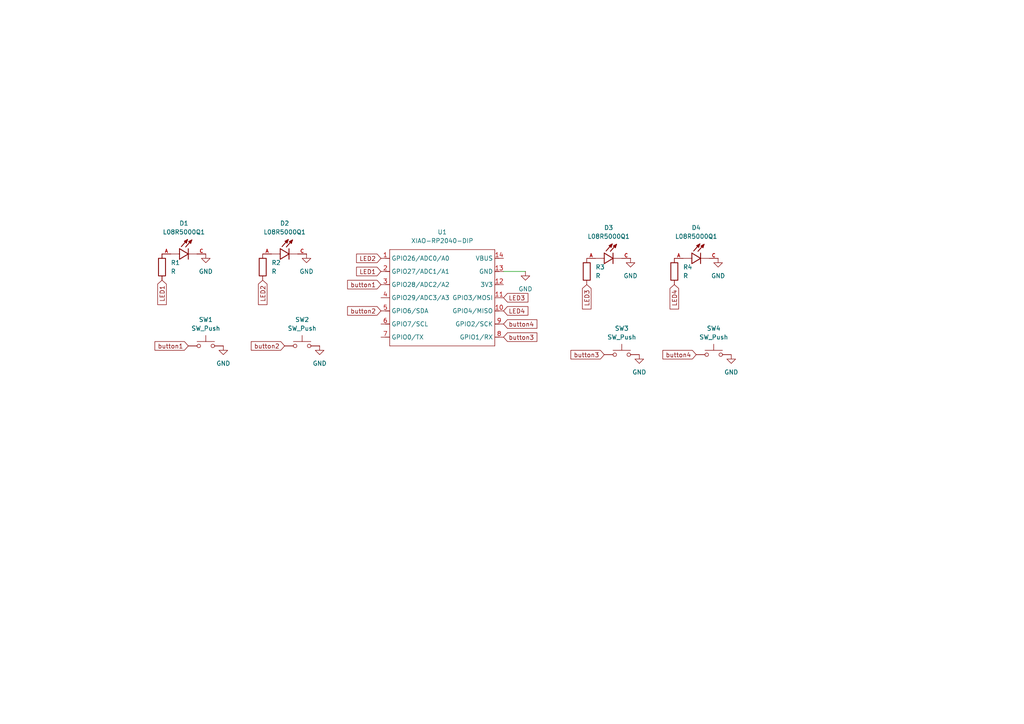
<source format=kicad_sch>
(kicad_sch (version 20250114) (generator "eeschema") (generator_version "9.0")
  (paper "A4")
  (lib_symbols
    (symbol "Device:R" (pin_numbers (hide yes)) (pin_names (offset 0))
      (property "Reference" "R" (at 2.032 0 90))
      (property "Value" "R" (at 0 0 90))
      (symbol "R_0_1"
        (rectangle (start -1.016 -2.54) (end 1.016 2.54) (stroke (width 0.254)))
      )
      (symbol "R_1_1"
        (pin passive line (at 0 3.81 270) (length 1.27) (name "~") (number "1"))
        (pin passive line (at 0 -3.81 90) (length 1.27) (name "~") (number "2"))
      )
    )
    (symbol "L08R5000Q1:L08R5000Q1" (pin_names (offset 1.016))
      (property "Reference" "D" (at -3.0988 4.4958 0))
      (property "Value" "L08R5000Q1" (at -3.556 -3.302 0))
      (symbol "L08R5000Q1_0_0"
        (polyline (pts (xy -2.54 1.524) (xy -2.54 0)) (stroke (width 0.254)))
        (polyline (pts (xy -2.54 0) (xy -5.08 0)) (stroke (width 0.1524)))
        (polyline (pts (xy -2.54 0) (xy -2.54 -1.524)) (stroke (width 0.254)))
        (polyline (pts (xy -2.54 -1.524) (xy 0 0)) (stroke (width 0.254)))
        (polyline (pts (xy -1.1176 3.683) (xy -0.2286 4.1656)) (stroke (width 0.254)))
        (polyline (pts (xy -0.9398 3.6068) (xy -0.7112 3.7592)) (stroke (width 0.254)))
        (polyline (pts (xy -0.5588 3.2004) (xy -1.1176 3.683)) (stroke (width 0.254)))
        (polyline (pts (xy -0.5588 3.2004) (xy -0.5334 3.937)) (stroke (width 0.254)))
        (polyline (pts (xy -0.5334 3.937) (xy -0.6604 3.937)) (stroke (width 0.254)))
        (polyline (pts (xy -0.2286 4.1656) (xy -2.0066 2.1336)) (stroke (width 0.254)))
        (polyline (pts (xy -0.2286 4.1656) (xy -0.5588 3.2004)) (stroke (width 0.254)))
        (polyline (pts (xy 0 1.524) (xy 0 0)) (stroke (width 0.254)))
        (polyline (pts (xy 0 0) (xy -2.54 1.524)) (stroke (width 0.254)))
        (polyline (pts (xy 0 0) (xy 0 -1.524)) (stroke (width 0.254)))
        (polyline (pts (xy 0.127 3.5814) (xy 1.016 4.064)) (stroke (width 0.254)))
        (polyline (pts (xy 0.3048 3.5052) (xy 0.5334 3.6576)) (stroke (width 0.254)))
        (polyline (pts (xy 0.6858 3.0988) (xy 0.127 3.5814)) (stroke (width 0.254)))
        (polyline (pts (xy 0.6858 3.0988) (xy 0.7112 3.8354)) (stroke (width 0.254)))
        (polyline (pts (xy 0.7112 3.8354) (xy 0.5842 3.8354)) (stroke (width 0.254)))
        (polyline (pts (xy 1.016 4.064) (xy -0.762 2.032)) (stroke (width 0.254)))
        (polyline (pts (xy 1.016 4.064) (xy 0.6858 3.0988)) (stroke (width 0.254)))
        (polyline (pts (xy 2.54 0) (xy 0 0)) (stroke (width 0.1524)))
        (pin passive line (at -7.62 0 0) (length 2.54) (name "~") (number "A"))
        (pin passive line (at 5.08 0 180) (length 2.54) (name "~") (number "C"))
      )
    )
    (symbol "Seeed_Studio_XIAO_Series:XIAO-RP2040-DIP"
      (property "Reference" "U" (at 0 0 0))
      (property "Value" "XIAO-RP2040-DIP" (at 5.334 -1.778 0))
      (symbol "XIAO-RP2040-DIP_1_0"
        (polyline (pts (xy -1.27 -2.54) (xy 29.21 -2.54)) (stroke (width 0.1524)))
        (polyline (pts (xy -1.27 -5.08) (xy -2.54 -5.08)) (stroke (width 0.1524)))
        (polyline (pts (xy -1.27 -5.08) (xy -1.27 -2.54)) (stroke (width 0.1524)))
        (polyline (pts (xy -1.27 -8.89) (xy -2.54 -8.89)) (stroke (width 0.1524)))
        (polyline (pts (xy -1.27 -8.89) (xy -1.27 -5.08)) (stroke (width 0.1524)))
        (polyline (pts (xy -1.27 -12.7) (xy -2.54 -12.7)) (stroke (width 0.1524)))
        (polyline (pts (xy -1.27 -12.7) (xy -1.27 -8.89)) (stroke (width 0.1524)))
        (polyline (pts (xy -1.27 -16.51) (xy -2.54 -16.51)) (stroke (width 0.1524)))
        (polyline (pts (xy -1.27 -16.51) (xy -1.27 -12.7)) (stroke (width 0.1524)))
        (polyline (pts (xy -1.27 -20.32) (xy -2.54 -20.32)) (stroke (width 0.1524)))
        (polyline (pts (xy -1.27 -24.13) (xy -2.54 -24.13)) (stroke (width 0.1524)))
        (polyline (pts (xy -1.27 -27.94) (xy -2.54 -27.94)) (stroke (width 0.1524)))
        (polyline (pts (xy -1.27 -30.48) (xy -1.27 -16.51)) (stroke (width 0.1524)))
        (polyline (pts (xy 29.21 -2.54) (xy 29.21 -5.08)) (stroke (width 0.1524)))
        (polyline (pts (xy 29.21 -5.08) (xy 29.21 -8.89)) (stroke (width 0.1524)))
        (polyline (pts (xy 29.21 -8.89) (xy 29.21 -12.7)) (stroke (width 0.1524)))
        (polyline (pts (xy 29.21 -12.7) (xy 29.21 -30.48)) (stroke (width 0.1524)))
        (polyline (pts (xy 29.21 -30.48) (xy -1.27 -30.48)) (stroke (width 0.1524)))
        (polyline (pts (xy 30.48 -5.08) (xy 29.21 -5.08)) (stroke (width 0.1524)))
        (polyline (pts (xy 30.48 -8.89) (xy 29.21 -8.89)) (stroke (width 0.1524)))
        (polyline (pts (xy 30.48 -12.7) (xy 29.21 -12.7)) (stroke (width 0.1524)))
        (polyline (pts (xy 30.48 -16.51) (xy 29.21 -16.51)) (stroke (width 0.1524)))
        (polyline (pts (xy 30.48 -20.32) (xy 29.21 -20.32)) (stroke (width 0.1524)))
        (polyline (pts (xy 30.48 -24.13) (xy 29.21 -24.13)) (stroke (width 0.1524)))
        (polyline (pts (xy 30.48 -27.94) (xy 29.21 -27.94)) (stroke (width 0.1524)))
        (pin passive line (at -3.81 -5.08 0) (length 2.54) (name "GPIO26/ADC0/A0") (number "1"))
        (pin passive line (at -3.81 -8.89 0) (length 2.54) (name "GPIO27/ADC1/A1") (number "2"))
        (pin passive line (at -3.81 -12.7 0) (length 2.54) (name "GPIO28/ADC2/A2") (number "3"))
        (pin passive line (at -3.81 -16.51 0) (length 2.54) (name "GPIO29/ADC3/A3") (number "4"))
        (pin passive line (at -3.81 -20.32 0) (length 2.54) (name "GPIO6/SDA") (number "5"))
        (pin passive line (at -3.81 -24.13 0) (length 2.54) (name "GPIO7/SCL") (number "6"))
        (pin passive line (at -3.81 -27.94 0) (length 2.54) (name "GPIO0/TX") (number "7"))
        (pin passive line (at 31.75 -5.08 180) (length 2.54) (name "VBUS") (number "14"))
        (pin passive line (at 31.75 -8.89 180) (length 2.54) (name "GND") (number "13"))
        (pin passive line (at 31.75 -12.7 180) (length 2.54) (name "3V3") (number "12"))
        (pin passive line (at 31.75 -16.51 180) (length 2.54) (name "GPIO3/MOSI") (number "11"))
        (pin passive line (at 31.75 -20.32 180) (length 2.54) (name "GPIO4/MISO") (number "10"))
        (pin passive line (at 31.75 -24.13 180) (length 2.54) (name "GPIO2/SCK") (number "9"))
        (pin passive line (at 31.75 -27.94 180) (length 2.54) (name "GPIO1/RX") (number "8"))
      )
    )
    (symbol "Switch:SW_Push" (pin_numbers (hide yes)) (pin_names (offset 1.016) (hide yes))
      (property "Reference" "SW" (at 1.27 2.54 0))
      (property "Value" "SW_Push" (at 0 -1.524 0))
      (symbol "SW_Push_0_1"
        (circle (center -2.032 0) (radius 0.508))
        (polyline (pts (xy 0 1.27) (xy 0 3.048)))
        (circle (center 2.032 0) (radius 0.508))
        (polyline (pts (xy 2.54 1.27) (xy -2.54 1.27)))
        (pin passive line (at -5.08 0 0) (length 2.54) (name "1") (number "1"))
        (pin passive line (at 5.08 0 180) (length 2.54) (name "2") (number "2"))
      )
    )
    (symbol "power:GND" (power) (pin_numbers (hide yes)) (pin_names (offset 0) (hide yes))
      (property "Value" "GND" (at 0 -3.81 0))
      (symbol "GND_0_1"
        (polyline (pts (xy 0 0) (xy 0 -1.27) (xy 1.27 -1.27) (xy 0 -2.54) (xy -1.27 -1.27) (xy 0 -1.27)))
      )
      (symbol "GND_1_1"
        (pin power_in line (at 0 0 270) (length 0) (name "~") (number "1"))
      )
    )
  )
  (wire (pts (xy 146.05 78.74) (xy 152.4 78.74)))
  (global_label "LED4" (shape input) (at 146.05 90.17 0) (property "Intersheetrefs" "${INTERSHEET_REFS}" (effects (hide yes))))
  (global_label "button4" (shape input) (at 201.93 102.87 180) (property "Intersheetrefs" "${INTERSHEET_REFS}" (effects (hide yes))))
  (global_label "button1" (shape input) (at 54.61 100.33 180) (property "Intersheetrefs" "${INTERSHEET_REFS}" (effects (hide yes))))
  (global_label "button2" (shape input) (at 82.55 100.33 180) (property "Intersheetrefs" "${INTERSHEET_REFS}" (effects (hide yes))))
  (global_label "LED4" (shape input) (at 195.58 82.55 270) (property "Intersheetrefs" "${INTERSHEET_REFS}" (effects (hide yes))))
  (global_label "button3" (shape input) (at 146.05 97.79 0) (property "Intersheetrefs" "${INTERSHEET_REFS}" (effects (hide yes))))
  (global_label "LED1" (shape input) (at 110.49 78.74 180) (property "Intersheetrefs" "${INTERSHEET_REFS}" (effects (hide yes))))
  (global_label "LED1" (shape input) (at 46.99 81.28 270) (property "Intersheetrefs" "${INTERSHEET_REFS}" (effects (hide yes))))
  (global_label "button3" (shape input) (at 175.26 102.87 180) (property "Intersheetrefs" "${INTERSHEET_REFS}" (effects (hide yes))))
  (global_label "button4" (shape input) (at 146.05 93.98 0) (property "Intersheetrefs" "${INTERSHEET_REFS}" (effects (hide yes))))
  (global_label "LED2" (shape input) (at 76.2 81.28 270) (property "Intersheetrefs" "${INTERSHEET_REFS}" (effects (hide yes))))
  (global_label "button1" (shape input) (at 110.49 82.55 180) (property "Intersheetrefs" "${INTERSHEET_REFS}" (effects (hide yes))))
  (global_label "LED3" (shape input) (at 146.05 86.36 0) (property "Intersheetrefs" "${INTERSHEET_REFS}" (effects (hide yes))))
  (global_label "LED3" (shape input) (at 170.18 82.55 270) (property "Intersheetrefs" "${INTERSHEET_REFS}" (effects (hide yes))))
  (global_label "button2" (shape input) (at 110.49 90.17 180) (property "Intersheetrefs" "${INTERSHEET_REFS}" (effects (hide yes))))
  (global_label "LED2" (shape input) (at 110.49 74.93 180) (property "Intersheetrefs" "${INTERSHEET_REFS}" (effects (hide yes))))
  (symbol (lib_id "power:GND") (at 64.77 100.33 0) (unit 1)
    (property "Reference" "#PWR05" (effects (hide yes)))
    (property "Value" "GND" (at 64.77 105.41 0))
    (property "Description" "Power symbol creates a global label with name \"GND\" , ground" (effects (hide yes)))
  )
  (symbol (lib_id "power:GND") (at 152.4 78.74 0) (unit 1)
    (property "Reference" "#PWR09" (effects (hide yes)))
    (property "Value" "GND" (at 152.4 83.82 0))
    (property "Description" "Power symbol creates a global label with name \"GND\" , ground" (effects (hide yes)))
  )
  (symbol (lib_id "Seeed_Studio_XIAO_Series:XIAO-RP2040-DIP") (at 114.3 69.85 0) (unit 1)
    (property "Reference" "U1" (at 128.27 67.31 0))
    (property "Value" "XIAO-RP2040-DIP" (at 128.27 69.85 0))
    (property "Footprint" "footprints:XIAO-RP2040-DIP" (effects (hide yes)))
  )
  (symbol (lib_id "power:GND") (at 182.88 74.93 0) (unit 1)
    (property "Reference" "#PWR02" (effects (hide yes)))
    (property "Value" "GND" (at 182.88 80.01 0))
    (property "Description" "Power symbol creates a global label with name \"GND\" , ground" (effects (hide yes)))
  )
  (symbol (lib_id "power:GND") (at 88.9 73.66 0) (unit 1)
    (property "Reference" "#PWR03" (effects (hide yes)))
    (property "Value" "GND" (at 88.9 78.74 0))
    (property "Description" "Power symbol creates a global label with name \"GND\" , ground" (effects (hide yes)))
  )
  (symbol (lib_id "Switch:SW_Push") (at 59.69 100.33 0) (unit 1)
    (property "Reference" "SW1" (at 59.69 92.71 0))
    (property "Value" "SW_Push" (at 59.69 95.25 0))
    (property "Footprint" "footprints:SW_Cherry_MX_1.00u_PCB_Rubey" (effects (hide yes)))
    (property "Description" "Push button switch, generic, two pins" (effects (hide yes)))
  )
  (symbol (lib_id "L08R5000Q1:L08R5000Q1") (at 177.8 74.93 0) (unit 1)
    (property "Reference" "D3" (at 176.53 66.04 0))
    (property "Value" "L08R5000Q1" (at 176.53 68.58 0))
    (property "Footprint" "footprints:LEDRD254W57D500H1070" (effects (hide yes)))
    (property "MF" "LED Technology" (effects (hide yes)))
    (property "MAXIMUM_PACKAGE_HEIGHT" "10.7mm" (effects (hide yes)))
    (property "Package" "None" (effects (hide yes)))
    (property "Price" "None" (effects (hide yes)))
    (property "Check_prices" "https://www.snapeda.com/parts/L08R5000Q1/LED+Technology/view-part/?ref=eda" (effects (hide yes)))
    (property "STANDARD" "IPC-7351B" (effects (hide yes)))
    (property "PARTREV" "NA" (effects (hide yes)))
    (property "SnapEDA_Link" "https://www.snapeda.com/parts/L08R5000Q1/LED+Technology/view-part/?ref=snap" (effects (hide yes)))
    (property "MP" "L08R5000Q1" (effects (hide yes)))
    (property "Description_1" "LED, 5MM, ORANGE; LED / Lamp Size: 5mm / T-1 3/4; LED Colour: Orange; Typ Luminous Intensity: 4.3mcd; Viewing Angle: ..." (effects (hide yes)))
    (property "Availability" "Not in stock" (effects (hide yes)))
    (property "MANUFACTURER" "LED TECHNOLOGY" (effects (hide yes)))
  )
  (symbol (lib_id "L08R5000Q1:L08R5000Q1") (at 54.61 73.66 0) (unit 1)
    (property "Reference" "D1" (at 53.34 64.77 0))
    (property "Value" "L08R5000Q1" (at 53.34 67.31 0))
    (property "Footprint" "footprints:LEDRD254W57D500H1070" (effects (hide yes)))
    (property "MF" "LED Technology" (effects (hide yes)))
    (property "MAXIMUM_PACKAGE_HEIGHT" "10.7mm" (effects (hide yes)))
    (property "Package" "None" (effects (hide yes)))
    (property "Price" "None" (effects (hide yes)))
    (property "Check_prices" "https://www.snapeda.com/parts/L08R5000Q1/LED+Technology/view-part/?ref=eda" (effects (hide yes)))
    (property "STANDARD" "IPC-7351B" (effects (hide yes)))
    (property "PARTREV" "NA" (effects (hide yes)))
    (property "SnapEDA_Link" "https://www.snapeda.com/parts/L08R5000Q1/LED+Technology/view-part/?ref=snap" (effects (hide yes)))
    (property "MP" "L08R5000Q1" (effects (hide yes)))
    (property "Description_1" "LED, 5MM, ORANGE; LED / Lamp Size: 5mm / T-1 3/4; LED Colour: Orange; Typ Luminous Intensity: 4.3mcd; Viewing Angle: ..." (effects (hide yes)))
    (property "Availability" "Not in stock" (effects (hide yes)))
    (property "MANUFACTURER" "LED TECHNOLOGY" (effects (hide yes)))
  )
  (symbol (lib_id "Switch:SW_Push") (at 207.01 102.87 0) (unit 1)
    (property "Reference" "SW4" (at 207.01 95.25 0))
    (property "Value" "SW_Push" (at 207.01 97.79 0))
    (property "Footprint" "footprints:SW_Cherry_MX_1.00u_PCB_Rubey" (effects (hide yes)))
    (property "Description" "Push button switch, generic, two pins" (effects (hide yes)))
  )
  (symbol (lib_id "power:GND") (at 185.42 102.87 0) (unit 1)
    (property "Reference" "#PWR07" (effects (hide yes)))
    (property "Value" "GND" (at 185.42 107.95 0))
    (property "Description" "Power symbol creates a global label with name \"GND\" , ground" (effects (hide yes)))
  )
  (symbol (lib_id "Switch:SW_Push") (at 87.63 100.33 0) (unit 1)
    (property "Reference" "SW2" (at 87.63 92.71 0))
    (property "Value" "SW_Push" (at 87.63 95.25 0))
    (property "Footprint" "footprints:SW_Cherry_MX_1.00u_PCB_Rubey" (effects (hide yes)))
    (property "Description" "Push button switch, generic, two pins" (effects (hide yes)))
  )
  (symbol (lib_id "Device:R") (at 46.99 77.47 0) (unit 1)
    (property "Reference" "R1" (at 49.53 76.1999 0) (effects (justify left)))
    (property "Value" "R" (at 49.53 78.7399 0) (effects (justify left)))
    (property "Footprint" "Resistor_THT:R_Axial_DIN0204_L3.6mm_D1.6mm_P5.08mm_Horizontal" (effects (hide yes)))
    (property "Description" "Resistor" (effects (hide yes)))
  )
  (symbol (lib_id "Device:R") (at 76.2 77.47 0) (unit 1)
    (property "Reference" "R2" (at 78.74 76.1999 0) (effects (justify left)))
    (property "Value" "R" (at 78.74 78.7399 0) (effects (justify left)))
    (property "Footprint" "Resistor_THT:R_Axial_DIN0204_L3.6mm_D1.6mm_P5.08mm_Horizontal" (effects (hide yes)))
    (property "Description" "Resistor" (effects (hide yes)))
  )
  (symbol (lib_id "L08R5000Q1:L08R5000Q1") (at 203.2 74.93 0) (unit 1)
    (property "Reference" "D4" (at 201.93 66.04 0))
    (property "Value" "L08R5000Q1" (at 201.93 68.58 0))
    (property "Footprint" "footprints:LEDRD254W57D500H1070" (effects (hide yes)))
    (property "MF" "LED Technology" (effects (hide yes)))
    (property "MAXIMUM_PACKAGE_HEIGHT" "10.7mm" (effects (hide yes)))
    (property "Package" "None" (effects (hide yes)))
    (property "Price" "None" (effects (hide yes)))
    (property "Check_prices" "https://www.snapeda.com/parts/L08R5000Q1/LED+Technology/view-part/?ref=eda" (effects (hide yes)))
    (property "STANDARD" "IPC-7351B" (effects (hide yes)))
    (property "PARTREV" "NA" (effects (hide yes)))
    (property "SnapEDA_Link" "https://www.snapeda.com/parts/L08R5000Q1/LED+Technology/view-part/?ref=snap" (effects (hide yes)))
    (property "MP" "L08R5000Q1" (effects (hide yes)))
    (property "Description_1" "LED, 5MM, ORANGE; LED / Lamp Size: 5mm / T-1 3/4; LED Colour: Orange; Typ Luminous Intensity: 4.3mcd; Viewing Angle: ..." (effects (hide yes)))
    (property "Availability" "Not in stock" (effects (hide yes)))
    (property "MANUFACTURER" "LED TECHNOLOGY" (effects (hide yes)))
  )
  (symbol (lib_id "Device:R") (at 170.18 78.74 0) (unit 1)
    (property "Reference" "R3" (at 172.72 77.4699 0) (effects (justify left)))
    (property "Value" "R" (at 172.72 80.0099 0) (effects (justify left)))
    (property "Footprint" "Resistor_THT:R_Axial_DIN0204_L3.6mm_D1.6mm_P5.08mm_Horizontal" (effects (hide yes)))
    (property "Description" "Resistor" (effects (hide yes)))
  )
  (symbol (lib_id "power:GND") (at 92.71 100.33 0) (unit 1)
    (property "Reference" "#PWR06" (effects (hide yes)))
    (property "Value" "GND" (at 92.71 105.41 0))
    (property "Description" "Power symbol creates a global label with name \"GND\" , ground" (effects (hide yes)))
  )
  (symbol (lib_id "L08R5000Q1:L08R5000Q1") (at 83.82 73.66 0) (unit 1)
    (property "Reference" "D2" (at 82.55 64.77 0))
    (property "Value" "L08R5000Q1" (at 82.55 67.31 0))
    (property "Footprint" "footprints:LEDRD254W57D500H1070" (effects (hide yes)))
    (property "MF" "LED Technology" (effects (hide yes)))
    (property "MAXIMUM_PACKAGE_HEIGHT" "10.7mm" (effects (hide yes)))
    (property "Package" "None" (effects (hide yes)))
    (property "Price" "None" (effects (hide yes)))
    (property "Check_prices" "https://www.snapeda.com/parts/L08R5000Q1/LED+Technology/view-part/?ref=eda" (effects (hide yes)))
    (property "STANDARD" "IPC-7351B" (effects (hide yes)))
    (property "PARTREV" "NA" (effects (hide yes)))
    (property "SnapEDA_Link" "https://www.snapeda.com/parts/L08R5000Q1/LED+Technology/view-part/?ref=snap" (effects (hide yes)))
    (property "MP" "L08R5000Q1" (effects (hide yes)))
    (property "Description_1" "LED, 5MM, ORANGE; LED / Lamp Size: 5mm / T-1 3/4; LED Colour: Orange; Typ Luminous Intensity: 4.3mcd; Viewing Angle: ..." (effects (hide yes)))
    (property "Availability" "Not in stock" (effects (hide yes)))
    (property "MANUFACTURER" "LED TECHNOLOGY" (effects (hide yes)))
  )
  (symbol (lib_id "Device:R") (at 195.58 78.74 0) (unit 1)
    (property "Reference" "R4" (at 198.12 77.4699 0) (effects (justify left)))
    (property "Value" "R" (at 198.12 80.0099 0) (effects (justify left)))
    (property "Footprint" "Resistor_THT:R_Axial_DIN0204_L3.6mm_D1.6mm_P5.08mm_Horizontal" (effects (hide yes)))
    (property "Description" "Resistor" (effects (hide yes)))
  )
  (symbol (lib_id "power:GND") (at 208.28 74.93 0) (unit 1)
    (property "Reference" "#PWR01" (effects (hide yes)))
    (property "Value" "GND" (at 208.28 80.01 0))
    (property "Description" "Power symbol creates a global label with name \"GND\" , ground" (effects (hide yes)))
  )
  (symbol (lib_id "Switch:SW_Push") (at 180.34 102.87 0) (unit 1)
    (property "Reference" "SW3" (at 180.34 95.25 0))
    (property "Value" "SW_Push" (at 180.34 97.79 0))
    (property "Footprint" "footprints:SW_Cherry_MX_1.00u_PCB_Rubey" (effects (hide yes)))
    (property "Description" "Push button switch, generic, two pins" (effects (hide yes)))
  )
  (symbol (lib_id "power:GND") (at 212.09 102.87 0) (unit 1)
    (property "Reference" "#PWR08" (effects (hide yes)))
    (property "Value" "GND" (at 212.09 107.95 0))
    (property "Description" "Power symbol creates a global label with name \"GND\" , ground" (effects (hide yes)))
  )
  (symbol (lib_id "power:GND") (at 59.69 73.66 0) (unit 1)
    (property "Reference" "#PWR04" (effects (hide yes)))
    (property "Value" "GND" (at 59.69 78.74 0))
    (property "Description" "Power symbol creates a global label with name \"GND\" , ground" (effects (hide yes)))
  )
)
</source>
